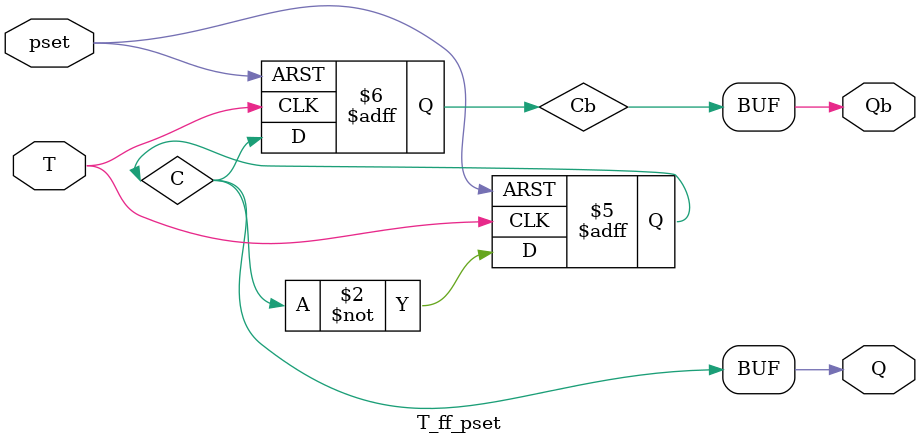
<source format=v>
module
T_ff_pset( input T, input pset, output Q, output Qb);

reg C=1'b1;
reg Cb=1'b0;

always @(posedge T or posedge pset ) begin
	if (pset) begin
			Cb <= 1'b0;
			C <= 1'b1;
			end
		else begin
			Cb <=C;
			C <= ~C;
			end
	end

assign Q = C;
assign Qb = Cb;
endmodule
</source>
